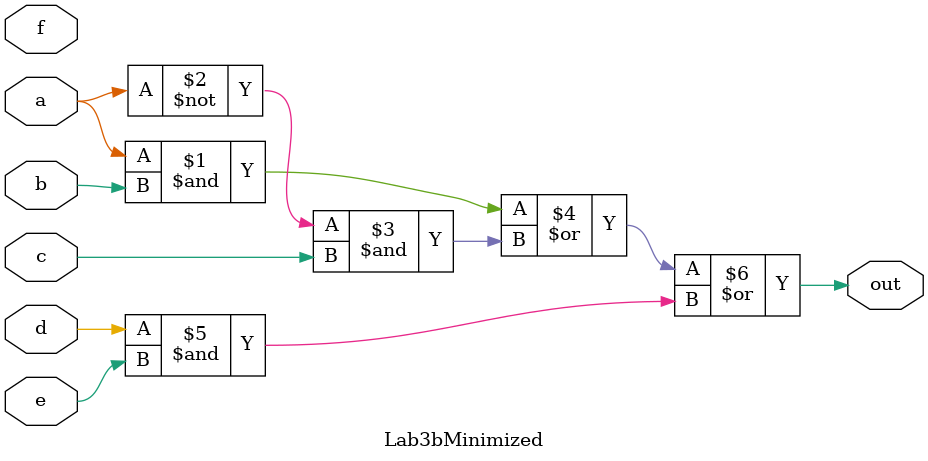
<source format=v>
module Lab3bMinimized(
input a,
input b,
input c,
input d,
input e,
input f,
output out
);
assign out = (a&b) | (~a&c) | (d&e);
endmodule

</source>
